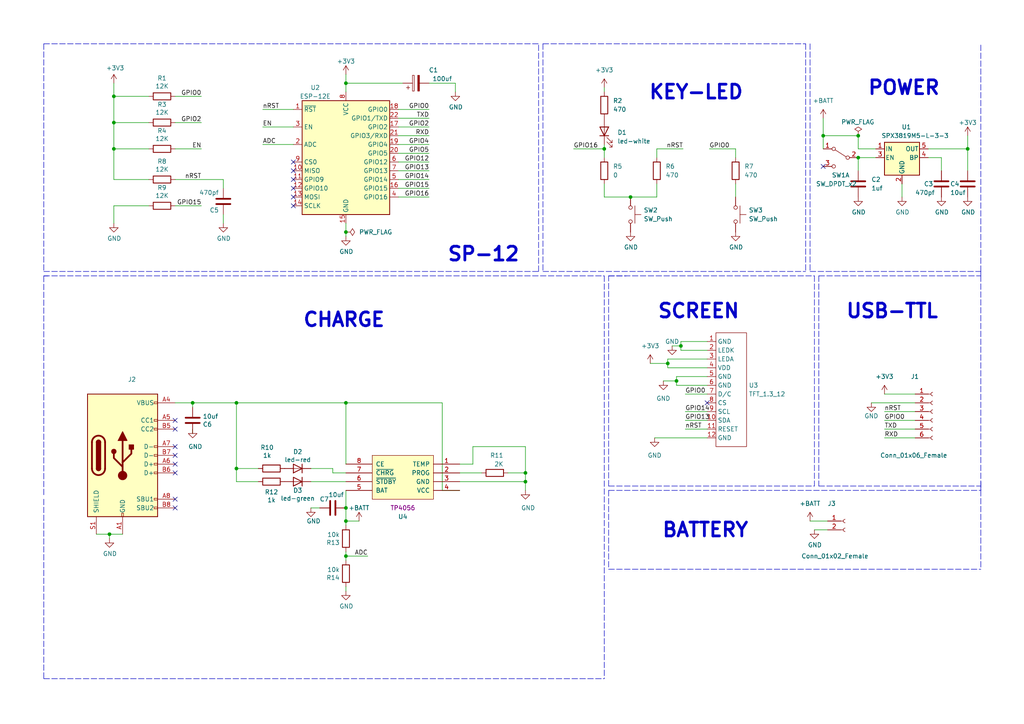
<source format=kicad_sch>
(kicad_sch (version 20211123) (generator eeschema)
  (paper "A4")
  (lib_symbols
    (symbol "Connector:Conn_01x02_Female" (pin_names (offset 1.016) hide)
      (property "Reference" "J" (at 0 2.54 0))
      (property "Value" "Conn_01x02_Female" (at 0 -5.08 0))
      (symbol "Conn_01x02_Female_1_1"
        (arc (start 0 -2.032) (mid -0.508 -2.54) (end 0 -3.048) (stroke (width 0.1524)))
        (polyline (pts (xy -1.27 -2.54) (xy -0.508 -2.54)) (stroke (width 0.1524)))
        (polyline (pts (xy -1.27 0) (xy -0.508 0)) (stroke (width 0.1524)))
        (arc (start 0 0.508) (mid -0.508 0) (end 0 -0.508) (stroke (width 0.1524)))
        (pin passive line (at -5.08 0 0) (length 3.81) (name "Pin_1") (number "1"))
        (pin passive line (at -5.08 -2.54 0) (length 3.81) (name "Pin_2") (number "2"))
      )
    )
    (symbol "Connector:Conn_01x06_Female" (pin_names (offset 1.016) hide)
      (property "Reference" "J" (at 0 7.62 0))
      (property "Value" "Conn_01x06_Female" (at 0 -10.16 0))
      (symbol "Conn_01x06_Female_1_1"
        (arc (start 0 -7.112) (mid -0.508 -7.62) (end 0 -8.128) (stroke (width 0.1524)))
        (arc (start 0 -4.572) (mid -0.508 -5.08) (end 0 -5.588) (stroke (width 0.1524)))
        (arc (start 0 -2.032) (mid -0.508 -2.54) (end 0 -3.048) (stroke (width 0.1524)))
        (polyline (pts (xy -1.27 -7.62) (xy -0.508 -7.62)) (stroke (width 0.1524)))
        (polyline (pts (xy -1.27 -5.08) (xy -0.508 -5.08)) (stroke (width 0.1524)))
        (polyline (pts (xy -1.27 -2.54) (xy -0.508 -2.54)) (stroke (width 0.1524)))
        (polyline (pts (xy -1.27 0) (xy -0.508 0)) (stroke (width 0.1524)))
        (polyline (pts (xy -1.27 2.54) (xy -0.508 2.54)) (stroke (width 0.1524)))
        (polyline (pts (xy -1.27 5.08) (xy -0.508 5.08)) (stroke (width 0.1524)))
        (arc (start 0 0.508) (mid -0.508 0) (end 0 -0.508) (stroke (width 0.1524)))
        (arc (start 0 3.048) (mid -0.508 2.54) (end 0 2.032) (stroke (width 0.1524)))
        (arc (start 0 5.588) (mid -0.508 5.08) (end 0 4.572) (stroke (width 0.1524)))
        (pin passive line (at -5.08 5.08 0) (length 3.81) (name "Pin_1") (number "1"))
        (pin passive line (at -5.08 2.54 0) (length 3.81) (name "Pin_2") (number "2"))
        (pin passive line (at -5.08 0 0) (length 3.81) (name "Pin_3") (number "3"))
        (pin passive line (at -5.08 -2.54 0) (length 3.81) (name "Pin_4") (number "4"))
        (pin passive line (at -5.08 -5.08 0) (length 3.81) (name "Pin_5") (number "5"))
        (pin passive line (at -5.08 -7.62 0) (length 3.81) (name "Pin_6") (number "6"))
      )
    )
    (symbol "Connector:USB_C_Receptacle_USB2.0" (pin_names (offset 1.016))
      (property "Reference" "J" (at -10.16 19.05 0))
      (property "Value" "USB_C_Receptacle_USB2.0" (at 19.05 19.05 0))
      (symbol "USB_C_Receptacle_USB2.0_0_0"
        (rectangle (start -0.254 -17.78) (end 0.254 -16.764))
        (rectangle (start 10.16 -14.986) (end 9.144 -15.494))
        (rectangle (start 10.16 -12.446) (end 9.144 -12.954))
        (rectangle (start 10.16 -4.826) (end 9.144 -5.334))
        (rectangle (start 10.16 -2.286) (end 9.144 -2.794))
        (rectangle (start 10.16 0.254) (end 9.144 -0.254))
        (rectangle (start 10.16 2.794) (end 9.144 2.286))
        (rectangle (start 10.16 7.874) (end 9.144 7.366))
        (rectangle (start 10.16 10.414) (end 9.144 9.906))
        (rectangle (start 10.16 15.494) (end 9.144 14.986))
      )
      (symbol "USB_C_Receptacle_USB2.0_0_1"
        (rectangle (start -10.16 17.78) (end 10.16 -17.78) (stroke (width 0.254)) (fill (type background)))
        (arc (start -8.89 -3.81) (mid -6.985 -5.715) (end -5.08 -3.81) (stroke (width 0.508)))
        (arc (start -7.62 -3.81) (mid -6.985 -4.445) (end -6.35 -3.81) (stroke (width 0.254)))
        (arc (start -7.62 -3.81) (mid -6.985 -4.445) (end -6.35 -3.81) (stroke (width 0.254)) (fill (type outline)))
        (rectangle (start -7.62 -3.81) (end -6.35 3.81) (stroke (width 0.254)) (fill (type outline)))
        (arc (start -6.35 3.81) (mid -6.985 4.445) (end -7.62 3.81) (stroke (width 0.254)))
        (arc (start -6.35 3.81) (mid -6.985 4.445) (end -7.62 3.81) (stroke (width 0.254)) (fill (type outline)))
        (arc (start -5.08 3.81) (mid -6.985 5.715) (end -8.89 3.81) (stroke (width 0.508)))
        (circle (center -2.54 1.143) (radius 0.635) (stroke (width 0.254)) (fill (type outline)))
        (circle (center 0 -5.842) (radius 1.27) (fill (type outline)))
        (polyline (pts (xy -8.89 -3.81) (xy -8.89 3.81)) (stroke (width 0.508)))
        (polyline (pts (xy -5.08 3.81) (xy -5.08 -3.81)) (stroke (width 0.508)))
        (polyline (pts (xy 0 -5.842) (xy 0 4.318)) (stroke (width 0.508)))
        (polyline (pts (xy 0 -3.302) (xy -2.54 -0.762) (xy -2.54 0.508)) (stroke (width 0.508)))
        (polyline (pts (xy 0 -2.032) (xy 2.54 0.508) (xy 2.54 1.778)) (stroke (width 0.508)))
        (polyline (pts (xy -1.27 4.318) (xy 0 6.858) (xy 1.27 4.318) (xy -1.27 4.318)) (stroke (width 0.254)) (fill (type outline)))
        (rectangle (start 1.905 1.778) (end 3.175 3.048) (stroke (width 0.254)) (fill (type outline)))
      )
      (symbol "USB_C_Receptacle_USB2.0_1_1"
        (pin passive line (at 0 -22.86 90) (length 5.08) (name "GND") (number "A1"))
        (pin passive line (at 0 -22.86 90) (length 5.08) hide (name "GND") (number "A12"))
        (pin passive line (at 15.24 15.24 180) (length 5.08) (name "VBUS") (number "A4"))
        (pin bidirectional line (at 15.24 10.16 180) (length 5.08) (name "CC1") (number "A5"))
        (pin bidirectional line (at 15.24 -2.54 180) (length 5.08) (name "D+") (number "A6"))
        (pin bidirectional line (at 15.24 2.54 180) (length 5.08) (name "D-") (number "A7"))
        (pin bidirectional line (at 15.24 -12.7 180) (length 5.08) (name "SBU1") (number "A8"))
        (pin passive line (at 15.24 15.24 180) (length 5.08) hide (name "VBUS") (number "A9"))
        (pin passive line (at 0 -22.86 90) (length 5.08) hide (name "GND") (number "B1"))
        (pin passive line (at 0 -22.86 90) (length 5.08) hide (name "GND") (number "B12"))
        (pin passive line (at 15.24 15.24 180) (length 5.08) hide (name "VBUS") (number "B4"))
        (pin bidirectional line (at 15.24 7.62 180) (length 5.08) (name "CC2") (number "B5"))
        (pin bidirectional line (at 15.24 -5.08 180) (length 5.08) (name "D+") (number "B6"))
        (pin bidirectional line (at 15.24 0 180) (length 5.08) (name "D-") (number "B7"))
        (pin bidirectional line (at 15.24 -15.24 180) (length 5.08) (name "SBU2") (number "B8"))
        (pin passive line (at 15.24 15.24 180) (length 5.08) hide (name "VBUS") (number "B9"))
        (pin passive line (at -7.62 -22.86 90) (length 5.08) (name "SHIELD") (number "S1"))
      )
    )
    (symbol "Device:C" (pin_numbers hide) (pin_names (offset 0.254))
      (property "Reference" "C" (at 0.635 2.54 0))
      (property "Value" "C" (at 0.635 -2.54 0))
      (symbol "C_0_1"
        (polyline (pts (xy -2.032 -0.762) (xy 2.032 -0.762)) (stroke (width 0.508)))
        (polyline (pts (xy -2.032 0.762) (xy 2.032 0.762)) (stroke (width 0.508)))
      )
      (symbol "C_1_1"
        (pin passive line (at 0 3.81 270) (length 2.794) (name "~") (number "1"))
        (pin passive line (at 0 -3.81 90) (length 2.794) (name "~") (number "2"))
      )
    )
    (symbol "Device:C_Polarized" (pin_numbers hide) (pin_names (offset 0.254))
      (property "Reference" "C" (at 0.635 2.54 0))
      (property "Value" "C_Polarized" (at 0.635 -2.54 0))
      (symbol "C_Polarized_0_1"
        (rectangle (start -2.286 0.508) (end 2.286 1.016))
        (polyline (pts (xy -1.778 2.286) (xy -0.762 2.286)))
        (polyline (pts (xy -1.27 2.794) (xy -1.27 1.778)))
        (rectangle (start 2.286 -0.508) (end -2.286 -1.016) (fill (type outline)))
      )
      (symbol "C_Polarized_1_1"
        (pin passive line (at 0 3.81 270) (length 2.794) (name "~") (number "1"))
        (pin passive line (at 0 -3.81 90) (length 2.794) (name "~") (number "2"))
      )
    )
    (symbol "Device:D" (pin_numbers hide) (pin_names (offset 1.016) hide)
      (property "Reference" "D" (at 0 2.54 0))
      (property "Value" "D" (at 0 -2.54 0))
      (symbol "D_0_1"
        (polyline (pts (xy -1.27 1.27) (xy -1.27 -1.27)) (stroke (width 0.254)))
        (polyline (pts (xy 1.27 0) (xy -1.27 0)))
        (polyline (pts (xy 1.27 1.27) (xy 1.27 -1.27) (xy -1.27 0) (xy 1.27 1.27)) (stroke (width 0.254)))
      )
      (symbol "D_1_1"
        (pin passive line (at -3.81 0 0) (length 2.54) (name "K") (number "1"))
        (pin passive line (at 3.81 0 180) (length 2.54) (name "A") (number "2"))
      )
    )
    (symbol "Device:LED" (pin_numbers hide) (pin_names (offset 1.016) hide)
      (property "Reference" "D" (at 0 2.54 0))
      (property "Value" "LED" (at 0 -2.54 0))
      (symbol "LED_0_1"
        (polyline (pts (xy -1.27 -1.27) (xy -1.27 1.27)) (stroke (width 0.254)))
        (polyline (pts (xy -1.27 0) (xy 1.27 0)))
        (polyline (pts (xy 1.27 -1.27) (xy 1.27 1.27) (xy -1.27 0) (xy 1.27 -1.27)) (stroke (width 0.254)))
        (polyline (pts (xy -3.048 -0.762) (xy -4.572 -2.286) (xy -3.81 -2.286) (xy -4.572 -2.286) (xy -4.572 -1.524)))
        (polyline (pts (xy -1.778 -0.762) (xy -3.302 -2.286) (xy -2.54 -2.286) (xy -3.302 -2.286) (xy -3.302 -1.524)))
      )
      (symbol "LED_1_1"
        (pin passive line (at -3.81 0 0) (length 2.54) (name "K") (number "1"))
        (pin passive line (at 3.81 0 180) (length 2.54) (name "A") (number "2"))
      )
    )
    (symbol "Device:R" (pin_numbers hide) (pin_names (offset 0))
      (property "Reference" "R" (at 2.032 0 90))
      (property "Value" "R" (at 0 0 90))
      (symbol "R_0_1"
        (rectangle (start -1.016 -2.54) (end 1.016 2.54) (stroke (width 0.254)))
      )
      (symbol "R_1_1"
        (pin passive line (at 0 3.81 270) (length 1.27) (name "~") (number "1"))
        (pin passive line (at 0 -3.81 90) (length 1.27) (name "~") (number "2"))
      )
    )
    (symbol "My-lib:TFT_1.3_12"
      (property "Reference" "J" (at 1.27 5.08 0))
      (property "Value" "TFT_1.3_12" (at 2.54 -33.02 0))
      (symbol "TFT_1.3_12_0_1"
        (rectangle (start 1.27 3.81) (end 10.16 -29.21))
      )
      (symbol "TFT_1.3_12_1_1"
        (pin free line (at -1.27 1.27 0) (length 2.54) (name "GND") (number "1"))
        (pin free line (at -1.27 -21.59 0) (length 2.54) (name "SDA") (number "10"))
        (pin free line (at -1.27 -24.13 0) (length 2.54) (name "RESET") (number "11"))
        (pin free line (at -1.27 -26.67 0) (length 2.54) (name "GND") (number "12"))
        (pin free line (at -1.27 -1.27 0) (length 2.54) (name "LEDK") (number "2"))
        (pin free line (at -1.27 -3.81 0) (length 2.54) (name "LEDA") (number "3"))
        (pin free line (at -1.27 -6.35 0) (length 2.54) (name "VDD") (number "4"))
        (pin free line (at -1.27 -8.89 0) (length 2.54) (name "GND") (number "5"))
        (pin free line (at -1.27 -11.43 0) (length 2.54) (name "GND") (number "6"))
        (pin free line (at -1.27 -13.97 0) (length 2.54) (name "D/C") (number "7"))
        (pin free line (at -1.27 -16.51 0) (length 2.54) (name "CS") (number "8"))
        (pin free line (at -1.27 -19.05 0) (length 2.54) (name "SCL") (number "9"))
      )
    )
    (symbol "RF_Module:ESP-12E"
      (property "Reference" "U" (at -12.7 19.05 0))
      (property "Value" "ESP-12E" (at 12.7 19.05 0))
      (symbol "ESP-12E_0_1"
        (rectangle (start -12.7 17.78) (end 12.7 -15.24) (stroke (width 0.254)) (fill (type background)))
      )
      (symbol "ESP-12E_1_1"
        (pin input line (at -15.24 15.24 0) (length 2.54) (name "~{RST}") (number "1"))
        (pin bidirectional line (at -15.24 -2.54 0) (length 2.54) (name "MISO") (number "10"))
        (pin bidirectional line (at -15.24 -5.08 0) (length 2.54) (name "GPIO9") (number "11"))
        (pin bidirectional line (at -15.24 -7.62 0) (length 2.54) (name "GPIO10") (number "12"))
        (pin bidirectional line (at -15.24 -10.16 0) (length 2.54) (name "MOSI") (number "13"))
        (pin bidirectional line (at -15.24 -12.7 0) (length 2.54) (name "SCLK") (number "14"))
        (pin power_in line (at 0 -17.78 90) (length 2.54) (name "GND") (number "15"))
        (pin bidirectional line (at 15.24 -7.62 180) (length 2.54) (name "GPIO15") (number "16"))
        (pin bidirectional line (at 15.24 10.16 180) (length 2.54) (name "GPIO2") (number "17"))
        (pin bidirectional line (at 15.24 15.24 180) (length 2.54) (name "GPIO0") (number "18"))
        (pin bidirectional line (at 15.24 5.08 180) (length 2.54) (name "GPIO4") (number "19"))
        (pin input line (at -15.24 5.08 0) (length 2.54) (name "ADC") (number "2"))
        (pin bidirectional line (at 15.24 2.54 180) (length 2.54) (name "GPIO5") (number "20"))
        (pin bidirectional line (at 15.24 7.62 180) (length 2.54) (name "GPIO3/RXD") (number "21"))
        (pin bidirectional line (at 15.24 12.7 180) (length 2.54) (name "GPIO1/TXD") (number "22"))
        (pin input line (at -15.24 10.16 0) (length 2.54) (name "EN") (number "3"))
        (pin bidirectional line (at 15.24 -10.16 180) (length 2.54) (name "GPIO16") (number "4"))
        (pin bidirectional line (at 15.24 -5.08 180) (length 2.54) (name "GPIO14") (number "5"))
        (pin bidirectional line (at 15.24 0 180) (length 2.54) (name "GPIO12") (number "6"))
        (pin bidirectional line (at 15.24 -2.54 180) (length 2.54) (name "GPIO13") (number "7"))
        (pin power_in line (at 0 20.32 270) (length 2.54) (name "VCC") (number "8"))
        (pin input line (at -15.24 0 0) (length 2.54) (name "CS0") (number "9"))
      )
    )
    (symbol "Regulator_Linear:SPX3819M5-L-3-3" (pin_names (offset 0.254))
      (property "Reference" "U" (at -3.81 5.715 0))
      (property "Value" "SPX3819M5-L-3-3" (at 0 5.715 0))
      (symbol "SPX3819M5-L-3-3_0_1"
        (rectangle (start -5.08 4.445) (end 5.08 -5.08) (stroke (width 0.254)) (fill (type background)))
      )
      (symbol "SPX3819M5-L-3-3_1_1"
        (pin power_in line (at -7.62 2.54 0) (length 2.54) (name "IN") (number "1"))
        (pin power_in line (at 0 -7.62 90) (length 2.54) (name "GND") (number "2"))
        (pin input line (at -7.62 0 0) (length 2.54) (name "EN") (number "3"))
        (pin input line (at 7.62 0 180) (length 2.54) (name "BP") (number "4"))
        (pin power_out line (at 7.62 2.54 180) (length 2.54) (name "OUT") (number "5"))
      )
    )
    (symbol "Switch:SW_DPDT_x2" (pin_names (offset 0) hide)
      (property "Reference" "SW" (at 0 4.318 0))
      (property "Value" "SW_DPDT_x2" (at 0 -5.08 0))
      (symbol "SW_DPDT_x2_0_0"
        (circle (center -2.032 0) (radius 0.508))
        (circle (center 2.032 -2.54) (radius 0.508))
      )
      (symbol "SW_DPDT_x2_0_1"
        (polyline (pts (xy -1.524 0.254) (xy 1.651 2.286)))
        (circle (center 2.032 2.54) (radius 0.508))
      )
      (symbol "SW_DPDT_x2_1_1"
        (pin passive line (at 5.08 2.54 180) (length 2.54) (name "A") (number "1"))
        (pin passive line (at -5.08 0 0) (length 2.54) (name "B") (number "2"))
        (pin passive line (at 5.08 -2.54 180) (length 2.54) (name "C") (number "3"))
      )
      (symbol "SW_DPDT_x2_2_1"
        (pin passive line (at 5.08 2.54 180) (length 2.54) (name "A") (number "4"))
        (pin passive line (at -5.08 0 0) (length 2.54) (name "B") (number "5"))
        (pin passive line (at 5.08 -2.54 180) (length 2.54) (name "C") (number "6"))
      )
    )
    (symbol "Switch:SW_Push" (pin_numbers hide) (pin_names (offset 1.016) hide)
      (property "Reference" "SW" (at 1.27 2.54 0))
      (property "Value" "SW_Push" (at 0 -1.524 0))
      (symbol "SW_Push_0_1"
        (circle (center -2.032 0) (radius 0.508))
        (polyline (pts (xy 0 1.27) (xy 0 3.048)))
        (polyline (pts (xy 2.54 1.27) (xy -2.54 1.27)))
        (circle (center 2.032 0) (radius 0.508))
        (pin passive line (at -5.08 0 0) (length 2.54) (name "1") (number "1"))
        (pin passive line (at 5.08 0 180) (length 2.54) (name "2") (number "2"))
      )
    )
    (symbol "lc_IC:TP4056_[C16581]" (pin_names (offset 1.016))
      (property "Reference" "U" (at -0.0254 1.27 0))
      (property "Comment" "TP4056" (at 3.7846 1.27 0))
      (symbol "TP4056_[C16581]_1_1"
        (rectangle (start 7.62 -12.7) (end 25.4 0) (fill (type background)))
        (pin passive line (at 0 -2.54 0) (length 7.62) (name "TEMP") (number "1"))
        (pin passive line (at 0 -5.08 0) (length 7.62) (name "PROG") (number "2"))
        (pin passive line (at 0 -7.62 0) (length 7.62) (name "GND") (number "3"))
        (pin passive line (at 0 -10.16 0) (length 7.62) (name "VCC") (number "4"))
        (pin passive line (at 33.02 -10.16 180) (length 7.62) (name "BAT") (number "5"))
        (pin passive line (at 33.02 -7.62 180) (length 7.62) (name "~{STDBY}") (number "6"))
        (pin passive line (at 33.02 -5.08 180) (length 7.62) (name "~{CHRG}") (number "7"))
        (pin passive line (at 33.02 -2.54 180) (length 7.62) (name "CE") (number "8"))
      )
    )
    (symbol "power:+3V3" (power) (pin_names (offset 0))
      (property "Value" "+3V3" (at 0 3.556 0))
      (symbol "+3V3_0_1"
        (polyline (pts (xy -0.762 1.27) (xy 0 2.54)))
        (polyline (pts (xy 0 0) (xy 0 2.54)))
        (polyline (pts (xy 0 2.54) (xy 0.762 1.27)))
      )
      (symbol "+3V3_1_1"
        (pin power_in line (at 0 0 90) (length 0) hide (name "+3V3") (number "1"))
      )
    )
    (symbol "power:+BATT" (power) (pin_names (offset 0))
      (property "Value" "+BATT" (at 0 3.556 0))
      (symbol "+BATT_0_1"
        (polyline (pts (xy -0.762 1.27) (xy 0 2.54)))
        (polyline (pts (xy 0 0) (xy 0 2.54)))
        (polyline (pts (xy 0 2.54) (xy 0.762 1.27)))
      )
      (symbol "+BATT_1_1"
        (pin power_in line (at 0 0 90) (length 0) hide (name "+BATT") (number "1"))
      )
    )
    (symbol "power:GND" (power) (pin_names (offset 0))
      (property "Value" "GND" (at 0 -3.81 0))
      (symbol "GND_0_1"
        (polyline (pts (xy 0 0) (xy 0 -1.27) (xy 1.27 -1.27) (xy 0 -2.54) (xy -1.27 -1.27) (xy 0 -1.27)))
      )
      (symbol "GND_1_1"
        (pin power_in line (at 0 0 270) (length 0) hide (name "GND") (number "1"))
      )
    )
    (symbol "power:PWR_FLAG" (power) (pin_numbers hide) (pin_names (offset 0) hide)
      (property "Value" "PWR_FLAG" (at 0 3.81 0))
      (symbol "PWR_FLAG_0_0"
        (pin power_out line (at 0 0 90) (length 0) (name "pwr") (number "1"))
      )
      (symbol "PWR_FLAG_0_1"
        (polyline (pts (xy 0 0) (xy 0 1.27) (xy -1.016 1.905) (xy 0 2.54) (xy 1.016 1.905) (xy 0 1.27)))
      )
    )
  )
  (junction (at 55.88 116.84))
  (junction (at 100.33 151.13))
  (junction (at 100.33 161.29))
  (junction (at 175.26 43.18))
  (junction (at 100.33 67.31))
  (junction (at 197.485 100.33))
  (junction (at 182.88 57.15))
  (junction (at 68.58 116.84))
  (junction (at 238.76 39.37))
  (junction (at 248.92 45.72))
  (junction (at 33.02 35.56))
  (junction (at 33.02 27.94))
  (junction (at 68.58 135.89))
  (junction (at 193.675 105.41))
  (junction (at 100.33 116.84))
  (junction (at 100.33 24.13))
  (junction (at 280.67 43.18))
  (junction (at 31.75 154.94))
  (junction (at 152.4 137.16))
  (junction (at 33.02 43.18))
  (junction (at 196.215 110.49))
  (junction (at 100.33 147.32))
  (junction (at 152.4 139.7))
  (junction (at 248.92 39.37))
  (no_connect (at 50.8 137.16))
  (no_connect (at 85.09 49.53))
  (no_connect (at 50.8 144.78))
  (no_connect (at 205.105 116.84))
  (no_connect (at 50.8 134.62))
  (no_connect (at 85.09 54.61))
  (no_connect (at 50.8 129.54))
  (no_connect (at 238.76 48.26))
  (no_connect (at 50.8 121.92))
  (no_connect (at 50.8 124.46))
  (no_connect (at 50.8 132.08))
  (no_connect (at 50.8 147.32))
  (no_connect (at 85.09 59.69))
  (no_connect (at 85.09 52.07))
  (no_connect (at 85.09 57.15))
  (no_connect (at 85.09 46.99))
  (wire (pts (xy 33.02 43.18) (xy 43.18 43.18)))
  (wire (pts (xy 100.33 24.13) (xy 100.33 26.67)))
  (wire (pts (xy 252.73 116.84) (xy 265.43 116.84)))
  (wire (pts (xy 196.215 109.22) (xy 205.105 109.22)))
  (wire (pts (xy 196.215 110.49) (xy 196.215 111.76)))
  (polyline (pts (xy 284.48 78.74) (xy 284.48 80.01)))
  (wire (pts (xy 256.54 124.46) (xy 265.43 124.46)))
  (wire (pts (xy 27.94 154.94) (xy 31.75 154.94)))
  (wire (pts (xy 55.88 116.84) (xy 55.88 118.11)))
  (wire (pts (xy 192.405 110.49) (xy 196.215 110.49)))
  (wire (pts (xy 100.33 162.56) (xy 100.33 161.29)))
  (wire (pts (xy 115.57 34.29) (xy 124.46 34.29)))
  (wire (pts (xy 100.33 161.29) (xy 106.68 161.29)))
  (wire (pts (xy 152.4 142.24) (xy 152.4 139.7)))
  (polyline (pts (xy 237.49 80.01) (xy 284.48 80.01)))
  (wire (pts (xy 269.24 43.18) (xy 280.67 43.18)))
  (wire (pts (xy 85.09 36.83) (xy 76.2 36.83)))
  (polyline (pts (xy 12.7 80.01) (xy 13.97 80.01)))
  (wire (pts (xy 124.46 24.13) (xy 132.08 24.13)))
  (wire (pts (xy 90.17 135.89) (xy 96.52 135.89)))
  (wire (pts (xy 33.02 59.69) (xy 43.18 59.69)))
  (polyline (pts (xy 176.53 140.97) (xy 236.22 140.97)))
  (wire (pts (xy 68.58 116.84) (xy 100.33 116.84)))
  (polyline (pts (xy 233.68 12.7) (xy 233.68 78.74)))
  (wire (pts (xy 85.09 31.75) (xy 76.2 31.75)))
  (wire (pts (xy 133.35 137.16) (xy 139.7 137.16)))
  (wire (pts (xy 100.33 147.32) (xy 100.33 142.24)))
  (wire (pts (xy 197.485 99.06) (xy 205.105 99.06)))
  (wire (pts (xy 50.8 52.07) (xy 64.77 52.07)))
  (wire (pts (xy 190.5 45.72) (xy 190.5 43.18)))
  (polyline (pts (xy 176.53 80.01) (xy 181.61 80.01)))
  (wire (pts (xy 193.675 106.68) (xy 205.105 106.68)))
  (polyline (pts (xy 157.48 12.7) (xy 233.68 12.7)))
  (polyline (pts (xy 176.53 80.01) (xy 236.22 80.01)))
  (wire (pts (xy 198.755 119.38) (xy 205.105 119.38)))
  (wire (pts (xy 68.58 139.7) (xy 68.58 135.89)))
  (wire (pts (xy 280.67 43.18) (xy 280.67 49.53)))
  (wire (pts (xy 100.33 171.45) (xy 100.33 170.18)))
  (polyline (pts (xy 176.53 140.97) (xy 176.53 80.01)))
  (wire (pts (xy 236.22 153.67) (xy 240.03 153.67)))
  (wire (pts (xy 132.08 24.13) (xy 132.08 26.67)))
  (wire (pts (xy 198.755 121.92) (xy 205.105 121.92)))
  (wire (pts (xy 100.33 116.84) (xy 100.33 134.62)))
  (wire (pts (xy 256.54 121.92) (xy 265.43 121.92)))
  (polyline (pts (xy 284.48 139.7) (xy 284.48 142.24)))
  (wire (pts (xy 133.35 139.7) (xy 152.4 139.7)))
  (wire (pts (xy 100.33 152.4) (xy 100.33 151.13)))
  (wire (pts (xy 196.215 111.76) (xy 205.105 111.76)))
  (polyline (pts (xy 234.95 12.7) (xy 234.95 78.74)))
  (wire (pts (xy 90.17 147.32) (xy 92.71 147.32)))
  (wire (pts (xy 256.54 127) (xy 265.43 127)))
  (polyline (pts (xy 176.53 142.24) (xy 176.53 165.1)))
  (wire (pts (xy 152.4 137.16) (xy 152.4 139.7)))
  (wire (pts (xy 175.26 25.4) (xy 175.26 26.67)))
  (wire (pts (xy 50.8 59.69) (xy 58.42 59.69)))
  (wire (pts (xy 68.58 116.84) (xy 68.58 135.89)))
  (wire (pts (xy 234.95 151.13) (xy 240.03 151.13)))
  (wire (pts (xy 33.02 59.69) (xy 33.02 64.77)))
  (wire (pts (xy 31.75 154.94) (xy 31.75 156.21)))
  (polyline (pts (xy 284.48 142.24) (xy 284.48 140.97)))
  (wire (pts (xy 100.33 161.29) (xy 100.33 160.02)))
  (wire (pts (xy 175.26 41.91) (xy 175.26 43.18)))
  (wire (pts (xy 256.54 114.3) (xy 265.43 114.3)))
  (polyline (pts (xy 284.48 142.24) (xy 284.48 165.1)))
  (wire (pts (xy 74.93 139.7) (xy 68.58 139.7)))
  (wire (pts (xy 261.62 57.15) (xy 261.62 53.34)))
  (wire (pts (xy 115.57 46.99) (xy 124.46 46.99)))
  (polyline (pts (xy 234.95 78.74) (xy 284.48 78.74)))
  (polyline (pts (xy 284.48 80.01) (xy 284.48 140.97)))
  (wire (pts (xy 74.93 135.89) (xy 68.58 135.89)))
  (wire (pts (xy 50.8 116.84) (xy 55.88 116.84)))
  (polyline (pts (xy 12.7 196.85) (xy 175.26 196.85)))
  (wire (pts (xy 197.485 100.33) (xy 197.485 99.06)))
  (polyline (pts (xy 237.49 140.97) (xy 284.48 140.97)))
  (wire (pts (xy 248.92 45.72) (xy 248.92 49.53)))
  (wire (pts (xy 190.5 57.15) (xy 182.88 57.15)))
  (wire (pts (xy 33.02 24.13) (xy 33.02 27.94)))
  (wire (pts (xy 238.76 34.29) (xy 238.76 39.37)))
  (wire (pts (xy 152.4 129.54) (xy 152.4 137.16)))
  (polyline (pts (xy 176.53 165.1) (xy 284.48 165.1)))
  (wire (pts (xy 128.27 116.84) (xy 100.33 116.84)))
  (wire (pts (xy 128.27 142.24) (xy 133.35 142.24)))
  (wire (pts (xy 33.02 52.07) (xy 43.18 52.07)))
  (wire (pts (xy 100.33 21.59) (xy 100.33 24.13)))
  (wire (pts (xy 197.485 101.6) (xy 197.485 100.33)))
  (wire (pts (xy 175.26 57.15) (xy 182.88 57.15)))
  (polyline (pts (xy 12.7 12.7) (xy 12.7 78.74)))
  (wire (pts (xy 115.57 41.91) (xy 124.46 41.91)))
  (wire (pts (xy 115.57 39.37) (xy 124.46 39.37)))
  (polyline (pts (xy 157.48 78.74) (xy 233.68 78.74)))
  (wire (pts (xy 96.52 135.89) (xy 96.52 137.16)))
  (polyline (pts (xy 284.48 78.74) (xy 284.48 12.7)))
  (wire (pts (xy 33.02 43.18) (xy 33.02 52.07)))
  (wire (pts (xy 193.675 106.68) (xy 193.675 105.41)))
  (wire (pts (xy 33.02 35.56) (xy 33.02 43.18)))
  (wire (pts (xy 50.8 43.18) (xy 58.42 43.18)))
  (wire (pts (xy 248.92 43.18) (xy 248.92 39.37)))
  (polyline (pts (xy 157.48 12.7) (xy 157.48 78.74)))
  (wire (pts (xy 31.75 154.94) (xy 35.56 154.94)))
  (wire (pts (xy 190.5 43.18) (xy 198.12 43.18)))
  (wire (pts (xy 137.16 129.54) (xy 152.4 129.54)))
  (wire (pts (xy 196.215 109.22) (xy 196.215 110.49)))
  (polyline (pts (xy 12.7 80.01) (xy 175.26 80.01)))
  (polyline (pts (xy 176.53 142.24) (xy 284.48 142.24)))
  (wire (pts (xy 175.26 43.18) (xy 175.26 45.72)))
  (polyline (pts (xy 237.49 80.01) (xy 237.49 140.97)))
  (wire (pts (xy 193.675 105.41) (xy 193.675 104.14)))
  (wire (pts (xy 115.57 57.15) (xy 124.46 57.15)))
  (wire (pts (xy 96.52 137.16) (xy 100.33 137.16)))
  (wire (pts (xy 205.74 43.18) (xy 213.36 43.18)))
  (wire (pts (xy 55.88 116.84) (xy 68.58 116.84)))
  (wire (pts (xy 273.05 45.72) (xy 273.05 49.53)))
  (wire (pts (xy 213.36 45.72) (xy 213.36 43.18)))
  (wire (pts (xy 213.36 57.15) (xy 213.36 53.34)))
  (wire (pts (xy 248.92 39.37) (xy 238.76 39.37)))
  (polyline (pts (xy 12.7 143.51) (xy 12.7 80.01)))
  (polyline (pts (xy 236.22 80.01) (xy 236.22 140.97)))
  (wire (pts (xy 115.57 31.75) (xy 124.46 31.75)))
  (wire (pts (xy 188.595 105.41) (xy 193.675 105.41)))
  (wire (pts (xy 100.33 139.7) (xy 90.17 139.7)))
  (wire (pts (xy 100.33 67.31) (xy 100.33 68.58)))
  (wire (pts (xy 115.57 44.45) (xy 124.46 44.45)))
  (wire (pts (xy 280.67 39.37) (xy 280.67 43.18)))
  (wire (pts (xy 248.92 43.18) (xy 254 43.18)))
  (wire (pts (xy 100.33 151.13) (xy 100.33 147.32)))
  (wire (pts (xy 33.02 27.94) (xy 33.02 35.56)))
  (wire (pts (xy 197.485 101.6) (xy 205.105 101.6)))
  (polyline (pts (xy 12.7 144.78) (xy 12.7 196.85)))
  (wire (pts (xy 33.02 35.56) (xy 43.18 35.56)))
  (wire (pts (xy 50.8 27.94) (xy 58.42 27.94)))
  (wire (pts (xy 194.945 100.33) (xy 197.485 100.33)))
  (wire (pts (xy 64.77 62.23) (xy 64.77 64.77)))
  (wire (pts (xy 166.37 43.18) (xy 175.26 43.18)))
  (wire (pts (xy 115.57 36.83) (xy 124.46 36.83)))
  (polyline (pts (xy 175.26 80.01) (xy 175.26 196.85)))
  (wire (pts (xy 33.02 27.94) (xy 43.18 27.94)))
  (polyline (pts (xy 156.21 78.74) (xy 156.21 12.7)))
  (wire (pts (xy 64.77 52.07) (xy 64.77 54.61)))
  (wire (pts (xy 198.755 114.3) (xy 205.105 114.3)))
  (wire (pts (xy 189.865 127) (xy 205.105 127)))
  (wire (pts (xy 198.755 124.46) (xy 205.105 124.46)))
  (wire (pts (xy 115.57 49.53) (xy 124.46 49.53)))
  (wire (pts (xy 55.88 125.73) (xy 55.88 124.46)))
  (wire (pts (xy 115.57 52.07) (xy 124.46 52.07)))
  (wire (pts (xy 100.33 64.77) (xy 100.33 67.31)))
  (wire (pts (xy 100.33 24.13) (xy 116.84 24.13)))
  (wire (pts (xy 256.54 119.38) (xy 265.43 119.38)))
  (wire (pts (xy 50.8 35.56) (xy 58.42 35.56)))
  (wire (pts (xy 115.57 54.61) (xy 124.46 54.61)))
  (polyline (pts (xy 12.7 78.74) (xy 156.21 78.74)))
  (wire (pts (xy 193.675 104.14) (xy 205.105 104.14)))
  (wire (pts (xy 137.16 134.62) (xy 137.16 129.54)))
  (wire (pts (xy 85.09 41.91) (xy 76.2 41.91)))
  (polyline (pts (xy 12.7 12.7) (xy 156.21 12.7)))
  (wire (pts (xy 269.24 45.72) (xy 273.05 45.72)))
  (wire (pts (xy 104.14 151.13) (xy 100.33 151.13)))
  (wire (pts (xy 175.26 53.34) (xy 175.26 57.15)))
  (wire (pts (xy 190.5 53.34) (xy 190.5 57.15)))
  (wire (pts (xy 128.27 142.24) (xy 128.27 116.84)))
  (wire (pts (xy 248.92 45.72) (xy 254 45.72)))
  (wire (pts (xy 147.32 137.16) (xy 152.4 137.16)))
  (wire (pts (xy 238.76 39.37) (xy 238.76 43.18)))
  (wire (pts (xy 133.35 134.62) (xy 137.16 134.62)))
  (text "KEY-LED" (at 187.96 29.21 0) (effects (font (size 4 4) (thickness 0.8) bold) (justify left bottom)))
  (text "POWER" (at 251.46 27.94 0) (effects (font (size 4 4) (thickness 0.8) bold) (justify left bottom)))
  (text "USB-TTL" (at 245.11 92.71 0) (effects (font (size 4 4) (thickness 0.8) bold) (justify left bottom)))
  (text "CHARGE\n" (at 87.63 95.25 0) (effects (font (size 4 4) (thickness 0.8) bold) (justify left bottom)))
  (text "BATTERY" (at 191.77 156.21 0) (effects (font (size 4 4) (thickness 0.8) bold) (justify left bottom)))
  (text "SCREEN" (at 190.5 92.71 0) (effects (font (size 4 4) (thickness 0.8) bold) (justify left bottom)))
  (text "SP-12\n" (at 129.54 76.2 0) (effects (font (size 4 4) (thickness 0.8) bold) (justify left bottom)))
  (label "ADC" (at 106.68 161.29 180))
  (label "nRST" (at 58.42 52.07 180))
  (label "GPIO2" (at 124.46 36.83 180))
  (label "GPIO0" (at 256.54 121.92 0))
  (label "EN" (at 76.2 36.83 0))
  (label "ADC" (at 76.2 41.91 0))
  (label "GPIO13" (at 198.755 121.92 0))
  (label "RXD" (at 256.54 127 0))
  (label "GPIO14" (at 124.46 52.07 180))
  (label "nRST" (at 76.2 31.75 0))
  (label "GPIO0" (at 198.755 114.3 0))
  (label "GPIO0" (at 124.46 31.75 180))
  (label "GPIO4" (at 124.46 41.91 180))
  (label "nRST" (at 198.755 124.46 0))
  (label "GPIO16" (at 124.46 57.15 180))
  (label "GPIO13" (at 124.46 49.53 180))
  (label "GPIO16" (at 166.37 43.18 0))
  (label "TXD" (at 124.46 34.29 180))
  (label "nRST" (at 198.12 43.18 180))
  (label "nRST" (at 256.54 119.38 0))
  (label "GPIO0" (at 205.74 43.18 0))
  (label "RXD" (at 124.46 39.37 180))
  (label "GPIO15" (at 124.46 54.61 180))
  (label "GPIO12" (at 124.46 46.99 180))
  (label "EN" (at 58.42 43.18 180))
  (label "GPIO15" (at 58.42 59.69 180))
  (label "GPIO5" (at 124.46 44.45 180))
  (label "GPIO0" (at 58.42 27.94 180))
  (label "GPIO14" (at 198.755 119.38 0))
  (label "TXD" (at 256.54 124.46 0))
  (label "GPIO2" (at 58.42 35.56 180))
  (symbol (lib_id "Device:D") (at 86.36 135.89 180) (unit 1)
    (property "Reference" "D2" (at 86.36 131.0386 0))
    (property "Value" "led-red" (at 86.36 133.35 0))
    (property "Footprint" "LED_SMD:LED_0402_1005Metric" (effects hide))
  )
  (symbol (lib_id "power:GND") (at 236.22 153.67 0) (unit 1)
    (property "Reference" "#PWR027" (effects hide))
    (property "Value" "GND" (at 236.347 158.0642 0))
  )
  (symbol (lib_id "power:GND") (at 64.77 64.77 0) (unit 1)
    (property "Reference" "#PWR012" (effects hide))
    (property "Value" "GND" (at 64.897 69.1642 0))
  )
  (symbol (lib_id "power:+3V3") (at 256.54 114.3 0) (unit 1)
    (property "Reference" "#PWR019" (effects hide))
    (property "Value" "+3V3" (at 256.54 109.22 0))
  )
  (symbol (lib_id "power:GND") (at 31.75 156.21 0) (unit 1)
    (property "Reference" "#PWR028" (effects hide))
    (property "Value" "GND" (at 31.877 160.6042 0))
  )
  (symbol (lib_id "power:GND") (at 55.88 124.46 0) (mirror y) (unit 1)
    (property "Reference" "#PWR021" (effects hide))
    (property "Value" "GND" (at 54.61 129.54 0) (effects (justify right)))
  )
  (symbol (lib_id "Device:C") (at 64.77 58.42 180) (unit 1)
    (property "Reference" "C5" (at 63.5 60.96 0) (effects (justify left)))
    (property "Value" "470pf" (at 63.5 55.88 0) (effects (justify left)))
    (property "Footprint" "Capacitor_SMD:C_0402_1005Metric" (effects hide))
  )
  (symbol (lib_id "power:GND") (at 261.62 57.15 0) (unit 1)
    (property "Reference" "#PWR08" (effects hide))
    (property "Value" "GND" (at 261.747 61.5442 0))
  )
  (symbol (lib_id "Device:C") (at 280.67 53.34 0) (unit 1)
    (property "Reference" "C4" (at 275.59 53.34 0) (effects (justify left)))
    (property "Value" "10uf" (at 275.59 55.88 0) (effects (justify left)))
    (property "Footprint" "Capacitor_SMD:C_0402_1005Metric" (effects hide))
  )
  (symbol (lib_id "Device:R") (at 46.99 43.18 270) (unit 1)
    (property "Reference" "R4" (at 46.99 37.9222 90))
    (property "Value" "12K" (at 46.99 40.2336 90))
    (property "Footprint" "Resistor_SMD:R_0402_1005Metric" (effects hide))
  )
  (symbol (lib_id "Device:C") (at 55.88 121.92 0) (mirror x) (unit 1)
    (property "Reference" "C6" (at 58.801 123.0884 0) (effects (justify left)))
    (property "Value" "10uf" (at 58.801 120.777 0) (effects (justify left)))
    (property "Footprint" "Capacitor_SMD:C_0402_1005Metric" (effects hide))
  )
  (symbol (lib_id "Connector:USB_C_Receptacle_USB2.0") (at 35.56 132.08 0) (unit 1)
    (property "Reference" "J2" (at 38.2778 110.0582 0))
    (property "Value" "USB_C_Receptacle_USB2.0" (effects hide))
    (property "Footprint" "My-lib-footprints:USB_C_6pin" (effects hide))
    (property "Datasheet" "https://www.usb.org/sites/default/files/documents/usb_type-c.zip" (effects hide))
  )
  (symbol (lib_id "power:+3V3") (at 175.26 25.4 0) (unit 1)
    (property "Reference" "#PWR03" (effects hide))
    (property "Value" "+3V3" (at 175.26 20.32 0))
  )
  (symbol (lib_id "Device:R") (at 78.74 139.7 270) (unit 1)
    (property "Reference" "R12" (at 78.74 142.7226 90))
    (property "Value" "1k" (at 78.74 145.034 90))
    (property "Footprint" "Resistor_SMD:R_0402_1005Metric" (effects hide))
  )
  (symbol (lib_id "Device:C") (at 96.52 147.32 270) (mirror x) (unit 1)
    (property "Reference" "C7" (at 92.71 144.78 90) (effects (justify left)))
    (property "Value" "10uf" (at 95.25 143.51 90) (effects (justify left)))
    (property "Footprint" "Capacitor_SMD:C_0402_1005Metric" (effects hide))
  )
  (symbol (lib_id "Connector:Conn_01x06_Female") (at 270.51 119.38 0) (unit 1)
    (property "Reference" "J1" (at 264.16 109.22 0) (effects (justify left)))
    (property "Value" "Conn_01x06_Female" (at 255.27 132.08 0) (effects (justify left)))
    (property "Footprint" "Connector_PinHeader_1.27mm:PinHeader_1x06_P1.27mm_Vertical" (effects hide))
  )
  (symbol (lib_id "Device:R") (at 46.99 52.07 270) (unit 1)
    (property "Reference" "R8" (at 46.99 46.8122 90))
    (property "Value" "12K" (at 46.99 49.1236 90))
    (property "Footprint" "Resistor_SMD:R_0402_1005Metric" (effects hide))
  )
  (symbol (lib_id "power:+BATT") (at 104.14 151.13 0) (unit 1)
    (property "Reference" "#PWR025" (effects hide))
    (property "Value" "+BATT" (at 104.14 147.32 0))
  )
  (symbol (lib_id "Device:R") (at 46.99 35.56 270) (unit 1)
    (property "Reference" "R3" (at 46.99 30.3022 90))
    (property "Value" "12K" (at 46.99 32.6136 90))
    (property "Footprint" "Resistor_SMD:R_0402_1005Metric" (effects hide))
  )
  (symbol (lib_id "power:GND") (at 33.02 64.77 0) (unit 1)
    (property "Reference" "#PWR011" (effects hide))
    (property "Value" "GND" (at 33.147 69.1642 0))
  )
  (symbol (lib_id "power:GND") (at 252.73 116.84 0) (mirror y) (unit 1)
    (property "Reference" "#PWR020" (effects hide))
    (property "Value" "GND" (at 252.73 120.65 0))
  )
  (symbol (lib_id "Switch:SW_Push") (at 213.36 62.23 270) (unit 1)
    (property "Reference" "SW3" (at 217.17 60.9599 90) (effects (justify left)))
    (property "Value" "SW_Push" (at 217.17 63.4999 90) (effects (justify left)))
    (property "Footprint" "My-lib:Button_SMD,3x4x2mm" (effects hide))
  )
  (symbol (lib_id "power:GND") (at 192.405 110.49 0) (mirror y) (unit 1)
    (property "Reference" "#PWR018" (effects hide))
    (property "Value" "GND" (at 192.405 115.57 0))
  )
  (symbol (lib_id "power:GND") (at 273.05 57.15 0) (unit 1)
    (property "Reference" "#PWR09" (effects hide))
    (property "Value" "GND" (at 273.177 61.5442 0))
  )
  (symbol (lib_id "power:+3V3") (at 100.33 21.59 0) (unit 1)
    (property "Reference" "#PWR01" (effects hide))
    (property "Value" "+3V3" (at 100.33 17.78 0))
  )
  (symbol (lib_id "Switch:SW_Push") (at 182.88 62.23 270) (unit 1)
    (property "Reference" "SW2" (at 186.69 60.9599 90) (effects (justify left)))
    (property "Value" "SW_Push" (at 186.69 63.4999 90) (effects (justify left)))
    (property "Footprint" "My-lib:Button_SMD,3x4x2mm" (effects hide))
  )
  (symbol (lib_id "Device:R") (at 46.99 27.94 270) (unit 1)
    (property "Reference" "R1" (at 46.99 22.6822 90))
    (property "Value" "12K" (at 46.99 24.9936 90))
    (property "Footprint" "Resistor_SMD:R_0402_1005Metric" (effects hide))
  )
  (symbol (lib_id "Device:R") (at 100.33 166.37 180) (unit 1)
    (property "Reference" "R14" (at 98.552 167.5384 0) (effects (justify left)))
    (property "Value" "10k" (at 98.552 165.227 0) (effects (justify left)))
    (property "Footprint" "Resistor_SMD:R_0402_1005Metric" (effects hide))
  )
  (symbol (lib_id "Device:D") (at 86.36 139.7 180) (unit 1)
    (property "Reference" "D3" (at 86.36 142.24 0))
    (property "Value" "led-green" (at 86.36 144.5514 0))
    (property "Footprint" "LED_SMD:LED_0402_1005Metric" (effects hide))
  )
  (symbol (lib_id "Device:R") (at 190.5 49.53 0) (unit 1)
    (property "Reference" "R6" (at 193.04 48.2599 0) (effects (justify left)))
    (property "Value" "470" (at 193.04 50.7999 0) (effects (justify left)))
    (property "Footprint" "Resistor_SMD:R_0402_1005Metric" (effects hide))
  )
  (symbol (lib_id "power:GND") (at 182.88 67.31 0) (unit 1)
    (property "Reference" "#PWR013" (effects hide))
    (property "Value" "GND" (at 183.007 71.7042 0))
  )
  (symbol (lib_id "Device:C_Polarized") (at 120.65 24.13 90) (unit 1)
    (property "Reference" "C1" (at 125.73 20.32 90))
    (property "Value" "100uf" (at 128.27 22.86 90))
    (property "Footprint" "lc_lib:CASE-B_3528" (effects hide))
  )
  (symbol (lib_id "power:+BATT") (at 238.76 34.29 0) (unit 1)
    (property "Reference" "#PWR05" (effects hide))
    (property "Value" "+BATT" (at 238.76 29.21 0))
  )
  (symbol (lib_id "power:+3V3") (at 280.67 39.37 0) (unit 1)
    (property "Reference" "#PWR06" (effects hide))
    (property "Value" "+3V3" (at 280.67 35.56 0))
  )
  (symbol (lib_id "power:+3V3") (at 188.595 105.41 0) (unit 1)
    (property "Reference" "#PWR017" (effects hide))
    (property "Value" "+3V3" (at 188.595 100.33 0))
  )
  (symbol (lib_id "power:GND") (at 213.36 67.31 0) (unit 1)
    (property "Reference" "#PWR014" (effects hide))
    (property "Value" "GND" (at 213.487 71.7042 0))
  )
  (symbol (lib_id "Device:C") (at 273.05 53.34 0) (unit 1)
    (property "Reference" "C3" (at 267.97 53.34 0) (effects (justify left)))
    (property "Value" "470pf" (at 265.43 55.88 0) (effects (justify left)))
    (property "Footprint" "Capacitor_SMD:C_0402_1005Metric" (effects hide))
  )
  (symbol (lib_id "power:GND") (at 100.33 68.58 0) (unit 1)
    (property "Reference" "#PWR015" (effects hide))
    (property "Value" "GND" (at 100.457 72.9742 0))
  )
  (symbol (lib_id "Device:C") (at 248.92 53.34 0) (unit 1)
    (property "Reference" "C2" (at 252.73 52.0699 0) (effects (justify left)))
    (property "Value" "1uf" (at 252.73 54.6099 0) (effects (justify left)))
    (property "Footprint" "Capacitor_SMD:C_0402_1005Metric" (effects hide))
  )
  (symbol (lib_id "power:PWR_FLAG") (at 100.33 67.31 270) (unit 1)
    (property "Reference" "#FLG02" (effects hide))
    (property "Value" "PWR_FLAG" (at 104.14 67.3099 90) (effects (justify left)))
  )
  (symbol (lib_id "Switch:SW_DPDT_x2") (at 243.84 45.72 0) (mirror y) (unit 1)
    (property "Reference" "SW1" (at 243.84 50.8 0))
    (property "Value" "SW_DPDT_x2" (at 242.57 53.34 0))
    (property "Footprint" "Button_Switch_SMD:SW_SPDT_PCM12" (effects hide))
  )
  (symbol (lib_id "Device:R") (at 175.26 30.48 0) (unit 1)
    (property "Reference" "R2" (at 177.8 29.2099 0) (effects (justify left)))
    (property "Value" "470" (at 177.8 31.7499 0) (effects (justify left)))
    (property "Footprint" "Resistor_SMD:R_0402_1005Metric" (effects hide))
  )
  (symbol (lib_id "My-lib:TFT_1.3_12") (at 206.375 100.33 0) (unit 1)
    (property "Reference" "U3" (at 217.17 111.7599 0) (effects (justify left)))
    (property "Value" "TFT_1.3_12" (at 217.17 114.2999 0) (effects (justify left)))
    (property "Footprint" "My-lib-footprints:TFT_1.3_12_front" (effects hide))
  )
  (symbol (lib_id "RF_Module:ESP-12E") (at 100.33 46.99 0) (unit 1)
    (property "Reference" "U2" (at 91.44 25.4 0))
    (property "Value" "ESP-12E" (at 91.44 27.94 0))
    (property "Footprint" "RF_Module:ESP-12E" (effects hide))
    (property "Datasheet" "http://wiki.ai-thinker.com/_media/esp8266/esp8266_series_modules_user_manual_v1.1.pdf" (effects hide))
  )
  (symbol (lib_id "Device:R") (at 46.99 59.69 270) (unit 1)
    (property "Reference" "R9" (at 46.99 54.4322 90))
    (property "Value" "12K" (at 46.99 56.7436 90))
    (property "Footprint" "Resistor_SMD:R_0402_1005Metric" (effects hide))
  )
  (symbol (lib_id "power:+BATT") (at 234.95 151.13 0) (unit 1)
    (property "Reference" "#PWR026" (effects hide))
    (property "Value" "+BATT" (at 234.95 146.05 0))
  )
  (symbol (lib_id "power:GND") (at 248.92 57.15 0) (unit 1)
    (property "Reference" "#PWR07" (effects hide))
    (property "Value" "GND" (at 249.047 61.5442 0))
  )
  (symbol (lib_id "power:GND") (at 132.08 26.67 0) (unit 1)
    (property "Reference" "#PWR04" (effects hide))
    (property "Value" "GND" (at 132.207 31.0642 0))
  )
  (symbol (lib_id "Device:R") (at 100.33 156.21 180) (unit 1)
    (property "Reference" "R13" (at 98.552 157.3784 0) (effects (justify left)))
    (property "Value" "10k" (at 98.552 155.067 0) (effects (justify left)))
    (property "Footprint" "Resistor_SMD:R_0402_1005Metric" (effects hide))
  )
  (symbol (lib_id "Device:R") (at 175.26 49.53 0) (unit 1)
    (property "Reference" "R5" (at 177.8 48.2599 0) (effects (justify left)))
    (property "Value" "0" (at 177.8 50.7999 0) (effects (justify left)))
    (property "Footprint" "Resistor_SMD:R_0402_1005Metric" (effects hide))
  )
  (symbol (lib_id "power:GND") (at 189.865 127 0) (mirror y) (unit 1)
    (property "Reference" "#PWR022" (effects hide))
    (property "Value" "GND" (at 189.865 132.08 0))
  )
  (symbol (lib_id "Regulator_Linear:SPX3819M5-L-3-3") (at 261.62 45.72 0) (unit 1)
    (property "Reference" "U1" (at 262.89 36.83 0))
    (property "Value" "SPX3819M5-L-3-3" (at 265.43 39.37 0))
    (property "Footprint" "Package_TO_SOT_SMD:SOT-23-5" (effects hide))
    (property "Datasheet" "https://www.exar.com/content/document.ashx?id=22106&languageid=1033&type=Datasheet&partnumber=SPX3819&filename=SPX3819.pdf&part=SPX3819" (effects hide))
  )
  (symbol (lib_id "Device:R") (at 78.74 135.89 270) (unit 1)
    (property "Reference" "R10" (at 77.47 129.794 90))
    (property "Value" "1k" (at 77.47 132.1054 90))
    (property "Footprint" "Resistor_SMD:R_0402_1005Metric" (effects hide))
  )
  (symbol (lib_id "Connector:Conn_01x02_Female") (at 245.11 151.13 0) (unit 1)
    (property "Reference" "J3" (at 240.03 146.05 0) (effects (justify left)))
    (property "Value" "Conn_01x02_Female" (at 232.41 161.29 0) (effects (justify left)))
    (property "Footprint" "Connector_PinHeader_2.54mm:PinHeader_1x02_P2.54mm_Vertical" (effects hide))
  )
  (symbol (lib_id "power:GND") (at 100.33 171.45 0) (unit 1)
    (property "Reference" "#PWR029" (effects hide))
    (property "Value" "GND" (at 100.457 175.8442 0))
  )
  (symbol (lib_id "Device:R") (at 143.51 137.16 90) (mirror x) (unit 1)
    (property "Reference" "R11" (at 146.05 132.08 90) (effects (justify left)))
    (property "Value" "2K" (at 146.05 134.62 90) (effects (justify left)))
    (property "Footprint" "Resistor_SMD:R_0402_1005Metric" (effects hide))
  )
  (symbol (lib_id "power:GND") (at 194.945 100.33 0) (mirror y) (unit 1)
    (property "Reference" "#PWR016" (effects hide))
    (property "Value" "GND" (at 194.945 99.06 0))
  )
  (symbol (lib_id "power:GND") (at 90.17 147.32 0) (mirror y) (unit 1)
    (property "Reference" "#PWR024" (effects hide))
    (property "Value" "GND" (at 88.9 151.13 0) (effects (justify right)))
  )
  (symbol (lib_id "Device:LED") (at 175.26 38.1 90) (unit 1)
    (property "Reference" "D1" (at 179.07 38.4174 90) (effects (justify right)))
    (property "Value" "led-white" (at 179.07 40.9574 90) (effects (justify right)))
    (property "Footprint" "LED_SMD:LED_0402_1005Metric" (effects hide))
  )
  (symbol (lib_id "power:GND") (at 152.4 142.24 0) (mirror y) (unit 1)
    (property "Reference" "#PWR023" (effects hide))
    (property "Value" "GND" (at 151.13 147.32 0) (effects (justify right)))
  )
  (symbol (lib_id "power:+3V3") (at 33.02 24.13 0) (unit 1)
    (property "Reference" "#PWR02" (effects hide))
    (property "Value" "+3V3" (at 33.401 19.7358 0))
  )
  (symbol (lib_id "power:PWR_FLAG") (at 248.92 39.37 0) (unit 1)
    (property "Reference" "#FLG01" (effects hide))
    (property "Value" "PWR_FLAG" (at 243.9799 35.3908 0) (effects (justify left)))
  )
  (symbol (lib_id "power:GND") (at 280.67 57.15 0) (unit 1)
    (property "Reference" "#PWR010" (effects hide))
    (property "Value" "GND" (at 280.797 61.5442 0))
  )
  (symbol (lib_id "lc_IC:TP4056_[C16581]") (at 133.35 132.08 0) (mirror y) (unit 1)
    (property "Reference" "U4" (at 116.84 149.86 0))
    (property "Value" "TP4056_[C16581]" (effects hide))
    (property "Footprint" "lc_lib:SOP-8_EP_150MIL" (effects hide))
    (property "Datasheet" "http://www.szlcsc.com/product/details_17264.html" (effects hide))
    (property "description" "电池电源管理" (effects hide))
    (property "ComponentLink1Description" "供应商链接" (effects hide))
    (property "Package" "SOP-8_EP_150mil" (effects hide))
    (property "Supplier" "LC" (effects hide))
    (property "SuppliersPartNumber" "C16581" (effects hide))
    (property "Comment" "TP4056" (at 116.84 147.32 0))
  )
  (symbol (lib_id "Device:R") (at 213.36 49.53 0) (unit 1)
    (property "Reference" "R7" (at 215.9 48.2599 0) (effects (justify left)))
    (property "Value" "470" (at 215.9 50.7999 0) (effects (justify left)))
    (property "Footprint" "Resistor_SMD:R_0402_1005Metric" (effects hide))
  )
)
</source>
